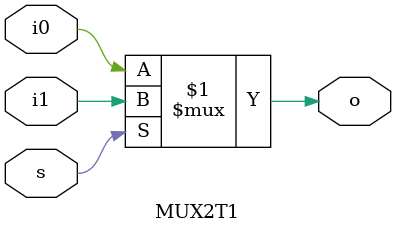
<source format=v>
`timescale 1ns / 1ps


module MUX2T1(
    input i0,
    input i1,
    input s,
    output o
    );
    
    assign o = s ? i1 : i0;
endmodule

</source>
